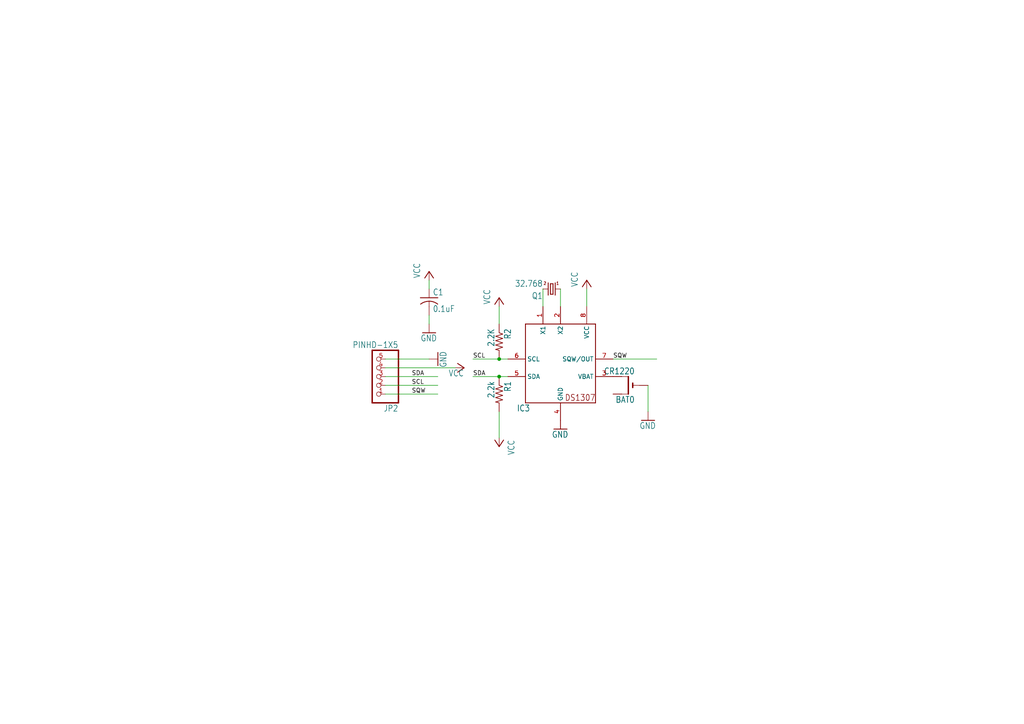
<source format=kicad_sch>
(kicad_sch (version 20211123) (generator eeschema)
  (paper "A4")
  (lib_symbols
    (symbol "ds1307-eagle-import:C-US025-025X050"
      (property "Reference" "C" (at 1.016 0.635 0))
      (property "Value" "C-US025-025X050" (at 1.016 -4.191 0))
      (symbol "C-US025-025X050_1_0"
        (arc (start 0 -1.0161) (mid -1.302 -1.2303) (end -2.4668 -1.8504) (stroke (width 0.254)))
        (polyline (pts (xy -2.54 0) (xy 2.54 0)) (stroke (width 0.254)))
        (polyline (pts (xy 0 -1.016) (xy 0 -2.54)) (stroke (width 0.1524)))
        (arc (start 2.4892 -1.8542) (mid 1.3158 -1.2195) (end 0 -1) (stroke (width 0.254)))
        (pin passive line (at 0 2.54 270) (length 2.54) (name "1") (number "1"))
        (pin passive line (at 0 -5.08 90) (length 2.54) (name "2") (number "2"))
      )
    )
    (symbol "ds1307-eagle-import:CR1220THM"
      (property "Value" "CR1220THM" (at -1.27 -5.08 0))
      (symbol "CR1220THM_1_0"
        (polyline (pts (xy -2.54 0) (xy -0.635 0)) (stroke (width 0.1524)))
        (polyline (pts (xy -0.635 0) (xy -0.635 -0.635)) (stroke (width 0.4064)))
        (polyline (pts (xy -0.635 0.635) (xy -0.635 0)) (stroke (width 0.4064)))
        (polyline (pts (xy 0.635 -2.54) (xy 2.54 -2.54)) (stroke (width 0.1524)))
        (polyline (pts (xy 0.635 2.54) (xy 0.635 -2.54)) (stroke (width 0.4064)))
        (polyline (pts (xy 0.635 2.54) (xy 2.54 2.54)) (stroke (width 0.1524)))
        (pin passive line (at 5.08 2.54 180) (length 2.54) (name "+") (number "+1"))
        (pin passive line (at 5.08 -2.54 180) (length 2.54) (name "+1") (number "+2"))
        (pin passive line (at -5.08 0 0) (length 2.54) (name "-") (number "-"))
      )
    )
    (symbol "ds1307-eagle-import:CRYTALTC38H"
      (property "Reference" "Q" (at 2.54 1.016 0))
      (property "Value" "CRYTALTC38H" (at 2.54 -2.54 0))
      (symbol "CRYTALTC38H_1_0"
        (polyline (pts (xy -2.54 0) (xy -1.016 0)) (stroke (width 0.1524)))
        (polyline (pts (xy -1.016 1.778) (xy -1.016 -1.778)) (stroke (width 0.254)))
        (polyline (pts (xy -0.381 -1.524) (xy 0.381 -1.524)) (stroke (width 0.254)))
        (polyline (pts (xy -0.381 1.524) (xy -0.381 -1.524)) (stroke (width 0.254)))
        (polyline (pts (xy 0.381 -1.524) (xy 0.381 1.524)) (stroke (width 0.254)))
        (polyline (pts (xy 0.381 1.524) (xy -0.381 1.524)) (stroke (width 0.254)))
        (polyline (pts (xy 1.016 0) (xy 2.54 0)) (stroke (width 0.1524)))
        (polyline (pts (xy 1.016 1.778) (xy 1.016 -1.778)) (stroke (width 0.254)))
        (text "1" (at -2.159 -1.143 0) (effects (font (size 0.8636 0.734)) (justify left bottom)))
        (text "2" (at 1.524 -1.143 0) (effects (font (size 0.8636 0.734)) (justify left bottom)))
        (pin passive line (at -2.54 0 0) (length 0) (name "1") (number "1"))
        (pin passive line (at 2.54 0 180) (length 0) (name "2") (number "2"))
      )
    )
    (symbol "ds1307-eagle-import:DS1307"
      (property "Reference" "IC" (at -12.7 -12.7 0))
      (symbol "DS1307_1_0"
        (polyline (pts (xy -10.16 -10.16) (xy -10.16 12.7)) (stroke (width 0.254)))
        (polyline (pts (xy -10.16 12.7) (xy 10.16 12.7)) (stroke (width 0.254)))
        (polyline (pts (xy 10.16 -10.16) (xy -10.16 -10.16)) (stroke (width 0.254)))
        (polyline (pts (xy 10.16 12.7) (xy 10.16 -10.16)) (stroke (width 0.254)))
        (text "DS1307" (at 10.16 -7.62 0) (effects (font (size 1.778 1.5113)) (justify right top)))
        (pin passive line (at -5.08 17.78 270) (length 5.08) (name "X1") (number "1"))
        (pin passive line (at 0 17.78 270) (length 5.08) (name "X2") (number "2"))
        (pin power_in line (at 15.24 -2.54 180) (length 5.08) (name "VBAT") (number "3"))
        (pin power_in line (at 0 -15.24 90) (length 5.08) (name "GND") (number "4"))
        (pin bidirectional line (at -15.24 -2.54 0) (length 5.08) (name "SDA") (number "5"))
        (pin bidirectional line (at -15.24 2.54 0) (length 5.08) (name "SCL") (number "6"))
        (pin bidirectional line (at 15.24 2.54 180) (length 5.08) (name "SQW/OUT") (number "7"))
        (pin power_in line (at 7.62 17.78 270) (length 5.08) (name "VCC") (number "8"))
      )
    )
    (symbol "ds1307-eagle-import:GND" (power)
      (property "Value" "GND" (at -2.54 -2.54 0))
      (symbol "GND_1_0"
        (polyline (pts (xy -1.905 0) (xy 1.905 0)) (stroke (width 0.254)))
        (pin power_in line (at 0 2.54 270) (length 2.54) (name "GND") (number "1"))
      )
    )
    (symbol "ds1307-eagle-import:PINHD-1X5"
      (property "Reference" "JP" (at -6.35 8.255 0))
      (property "Value" "PINHD-1X5" (at -6.35 -10.16 0))
      (symbol "PINHD-1X5_1_0"
        (polyline (pts (xy -6.35 -7.62) (xy 1.27 -7.62)) (stroke (width 0.4064)))
        (polyline (pts (xy -6.35 7.62) (xy -6.35 -7.62)) (stroke (width 0.4064)))
        (polyline (pts (xy 1.27 -7.62) (xy 1.27 7.62)) (stroke (width 0.4064)))
        (polyline (pts (xy 1.27 7.62) (xy -6.35 7.62)) (stroke (width 0.4064)))
        (pin passive inverted (at -2.54 5.08 0) (length 2.54) (name "1") (number "1"))
        (pin passive inverted (at -2.54 2.54 0) (length 2.54) (name "2") (number "2"))
        (pin passive inverted (at -2.54 0 0) (length 2.54) (name "3") (number "3"))
        (pin passive inverted (at -2.54 -2.54 0) (length 2.54) (name "4") (number "4"))
        (pin passive inverted (at -2.54 -5.08 0) (length 2.54) (name "5") (number "5"))
      )
    )
    (symbol "ds1307-eagle-import:R-US_0207{slash}10"
      (property "Reference" "R" (at -3.81 1.4986 0))
      (property "Value" "R-US_0207{slash}10" (at -3.81 -3.302 0))
      (symbol "R-US_0207{slash}10_1_0"
        (polyline (pts (xy -2.54 0) (xy -2.159 1.016)) (stroke (width 0.2032)))
        (polyline (pts (xy -2.159 1.016) (xy -1.524 -1.016)) (stroke (width 0.2032)))
        (polyline (pts (xy -1.524 -1.016) (xy -0.889 1.016)) (stroke (width 0.2032)))
        (polyline (pts (xy -0.889 1.016) (xy -0.254 -1.016)) (stroke (width 0.2032)))
        (polyline (pts (xy -0.254 -1.016) (xy 0.381 1.016)) (stroke (width 0.2032)))
        (polyline (pts (xy 0.381 1.016) (xy 1.016 -1.016)) (stroke (width 0.2032)))
        (polyline (pts (xy 1.016 -1.016) (xy 1.651 1.016)) (stroke (width 0.2032)))
        (polyline (pts (xy 1.651 1.016) (xy 2.286 -1.016)) (stroke (width 0.2032)))
        (polyline (pts (xy 2.286 -1.016) (xy 2.54 0)) (stroke (width 0.2032)))
        (pin passive line (at -5.08 0 0) (length 2.54) (name "1") (number "1"))
        (pin passive line (at 5.08 0 180) (length 2.54) (name "2") (number "2"))
      )
    )
    (symbol "ds1307-eagle-import:VCC" (power)
      (property "Value" "VCC" (at -2.54 -2.54 90))
      (symbol "VCC_1_0"
        (polyline (pts (xy 0 0) (xy -1.27 -1.905)) (stroke (width 0.254)))
        (polyline (pts (xy 1.27 -1.905) (xy 0 0)) (stroke (width 0.254)))
        (pin power_in line (at 0 -2.54 90) (length 2.54) (name "VCC") (number "1"))
      )
    )
  )
  (junction (at 144.78 109.22))
  (junction (at 144.78 104.14))
  (wire (pts (xy 132.08 106.68) (xy 111.76 106.68)))
  (wire (pts (xy 124.46 104.14) (xy 111.76 104.14)))
  (wire (pts (xy 124.46 93.98) (xy 124.46 91.44)))
  (wire (pts (xy 157.48 83.82) (xy 157.48 88.9)))
  (wire (pts (xy 147.32 109.22) (xy 144.78 109.22)))
  (wire (pts (xy 162.56 83.82) (xy 162.56 88.9)))
  (wire (pts (xy 144.78 104.14) (xy 137.16 104.14)))
  (wire (pts (xy 111.76 109.22) (xy 127 109.22)))
  (wire (pts (xy 170.18 83.82) (xy 170.18 88.9)))
  (wire (pts (xy 111.76 114.3) (xy 127 114.3)))
  (wire (pts (xy 144.78 109.22) (xy 137.16 109.22)))
  (wire (pts (xy 187.96 111.76) (xy 187.96 119.38)))
  (wire (pts (xy 177.8 104.14) (xy 190.5 104.14)))
  (wire (pts (xy 124.46 81.28) (xy 124.46 83.82)))
  (wire (pts (xy 147.32 104.14) (xy 144.78 104.14)))
  (wire (pts (xy 144.78 88.9) (xy 144.78 93.98)))
  (wire (pts (xy 111.76 111.76) (xy 127 111.76)))
  (wire (pts (xy 144.78 127) (xy 144.78 119.38)))
  (label "SDA" (at 119.38 109.22 0) (effects (font (size 1.2446 1.2446))))
  (label "SQW" (at 177.8 104.14 0) (effects (font (size 1.2446 1.2446))))
  (label "SCL" (at 119.38 111.76 0) (effects (font (size 1.2446 1.2446))))
  (label "SCL" (at 137.16 104.14 0) (effects (font (size 1.2446 1.2446))))
  (label "SQW" (at 119.38 114.3 0) (effects (font (size 1.2446 1.2446))))
  (label "SDA" (at 137.16 109.22 0) (effects (font (size 1.2446 1.2446))))
  (symbol (lib_id "ds1307-eagle-import:GND") (at 127 104.14 90) (unit 1)
    (property "Reference" "#GND01" (effects hide))
    (property "Value" "GND" (at 129.54 106.68 0) (effects (font (size 1.778 1.5113)) (justify left bottom)))
    (property "Footprint" "ds1307:" (effects hide))
  )
  (symbol (lib_id "ds1307-eagle-import:R-US_0207{slash}10") (at 144.78 114.3 270) (unit 1)
    (property "Reference" "R1" (at 146.2786 110.49 0) (effects (font (size 1.778 1.5113)) (justify left bottom)))
    (property "Value" "2.2k" (at 141.478 110.49 0) (effects (font (size 1.778 1.5113)) (justify left bottom)))
    (property "Footprint" "ds1307:0207_10" (effects hide))
  )
  (symbol (lib_id "ds1307-eagle-import:PINHD-1X5") (at 109.22 109.22 180) (unit 1)
    (property "Reference" "JP2" (at 115.57 117.475 0) (effects (font (size 1.778 1.5113)) (justify left bottom)))
    (property "Value" "PINHD-1X5" (at 115.57 99.06 0) (effects (font (size 1.778 1.5113)) (justify left bottom)))
    (property "Footprint" "ds1307:1X05" (effects hide))
  )
  (symbol (lib_id "ds1307-eagle-import:GND") (at 162.56 124.46 0) (unit 1)
    (property "Reference" "#GND016" (effects hide))
    (property "Value" "GND" (at 160.02 127 0) (effects (font (size 1.778 1.5113)) (justify left bottom)))
    (property "Footprint" "ds1307:" (effects hide))
  )
  (symbol (lib_id "ds1307-eagle-import:R-US_0207{slash}10") (at 144.78 99.06 270) (unit 1)
    (property "Reference" "R2" (at 146.2786 95.25 0) (effects (font (size 1.778 1.5113)) (justify left bottom)))
    (property "Value" "2.2K" (at 141.478 95.25 0) (effects (font (size 1.778 1.5113)) (justify left bottom)))
    (property "Footprint" "ds1307:0207_10" (effects hide))
  )
  (symbol (lib_id "ds1307-eagle-import:GND") (at 124.46 96.52 0) (unit 1)
    (property "Reference" "#GND02" (effects hide))
    (property "Value" "GND" (at 121.92 99.06 0) (effects (font (size 1.778 1.5113)) (justify left bottom)))
    (property "Footprint" "ds1307:" (effects hide))
  )
  (symbol (lib_id "ds1307-eagle-import:CR1220THM") (at 182.88 111.76 180) (unit 1)
    (property "Reference" "BAT0" (at 184.15 114.935 0) (effects (font (size 1.778 1.5113)) (justify left bottom)))
    (property "Value" "CR1220" (at 184.15 106.68 0) (effects (font (size 1.778 1.5113)) (justify left bottom)))
    (property "Footprint" "ds1307:CR1220-THM" (effects hide))
  )
  (symbol (lib_id "ds1307-eagle-import:CRYTALTC38H") (at 160.02 83.82 180) (unit 1)
    (property "Reference" "Q1" (at 157.48 84.836 0) (effects (font (size 1.778 1.5113)) (justify left bottom)))
    (property "Value" "32.768" (at 157.48 81.28 0) (effects (font (size 1.778 1.5113)) (justify left bottom)))
    (property "Footprint" "ds1307:TC38H" (effects hide))
  )
  (symbol (lib_id "ds1307-eagle-import:VCC") (at 134.62 106.68 270) (mirror x) (unit 1)
    (property "Reference" "#P+01" (effects hide))
    (property "Value" "VCC" (at 134.62 109.22 90) (effects (font (size 1.778 1.5113)) (justify right top)))
    (property "Footprint" "ds1307:" (effects hide))
  )
  (symbol (lib_id "ds1307-eagle-import:DS1307") (at 162.56 106.68 0) (unit 1)
    (property "Reference" "IC3" (at 149.86 119.38 0) (effects (font (size 1.778 1.5113)) (justify left bottom)))
    (property "Value" "DS1307" (effects hide))
    (property "Footprint" "ds1307:DIL08" (effects hide))
  )
  (symbol (lib_id "ds1307-eagle-import:VCC") (at 144.78 129.54 0) (mirror x) (unit 1)
    (property "Reference" "#P+015" (effects hide))
    (property "Value" "VCC" (at 147.32 132.08 90) (effects (font (size 1.778 1.5113)) (justify right top)))
    (property "Footprint" "ds1307:" (effects hide))
  )
  (symbol (lib_id "ds1307-eagle-import:VCC") (at 144.78 86.36 0) (mirror y) (unit 1)
    (property "Reference" "#P+014" (effects hide))
    (property "Value" "VCC" (at 142.24 83.82 90) (effects (font (size 1.778 1.5113)) (justify right top)))
    (property "Footprint" "ds1307:" (effects hide))
  )
  (symbol (lib_id "ds1307-eagle-import:VCC") (at 124.46 78.74 0) (mirror y) (unit 1)
    (property "Reference" "#P+02" (effects hide))
    (property "Value" "VCC" (at 121.92 76.2 90) (effects (font (size 1.778 1.5113)) (justify right top)))
    (property "Footprint" "ds1307:" (effects hide))
  )
  (symbol (lib_id "ds1307-eagle-import:VCC") (at 170.18 81.28 0) (mirror y) (unit 1)
    (property "Reference" "#P+013" (effects hide))
    (property "Value" "VCC" (at 167.64 78.74 90) (effects (font (size 1.778 1.5113)) (justify right top)))
    (property "Footprint" "ds1307:" (effects hide))
  )
  (symbol (lib_id "ds1307-eagle-import:GND") (at 187.96 121.92 0) (unit 1)
    (property "Reference" "#GND017" (effects hide))
    (property "Value" "GND" (at 185.42 124.46 0) (effects (font (size 1.778 1.5113)) (justify left bottom)))
    (property "Footprint" "ds1307:" (effects hide))
  )
  (symbol (lib_id "ds1307-eagle-import:C-US025-025X050") (at 124.46 86.36 0) (unit 1)
    (property "Reference" "C1" (at 125.476 85.725 0) (effects (font (size 1.778 1.5113)) (justify left bottom)))
    (property "Value" "0.1uF" (at 125.476 90.551 0) (effects (font (size 1.778 1.5113)) (justify left bottom)))
    (property "Footprint" "ds1307:C025-025X050" (effects hide))
  )
)
</source>
